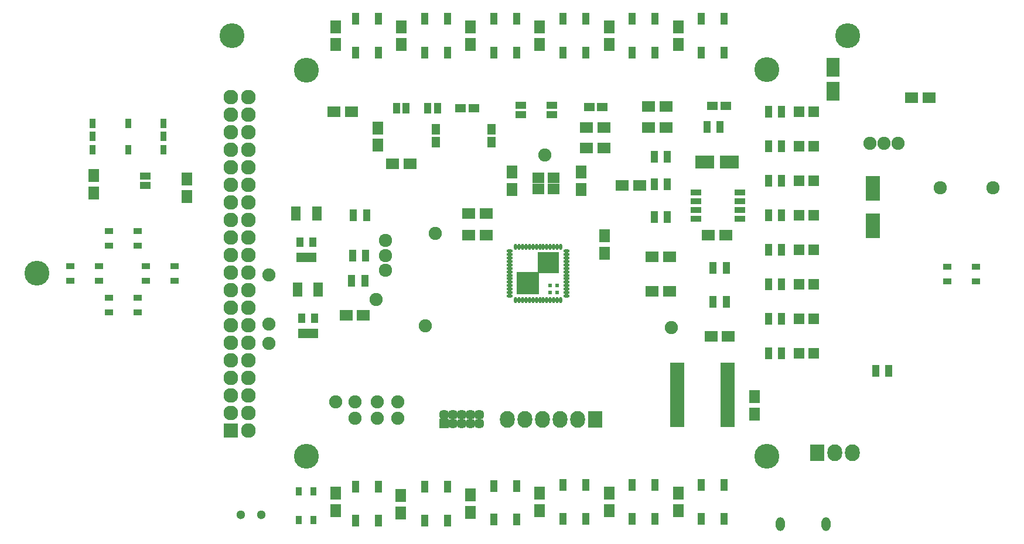
<source format=gts>
G04 #@! TF.GenerationSoftware,KiCad,Pcbnew,(2016-12-18 revision 3ffa37c)-master*
G04 #@! TF.CreationDate,2017-03-23T02:18:10-07:00*
G04 #@! TF.ProjectId,badge-kicad,62616467652D6B696361642E6B696361,rev?*
G04 #@! TF.FileFunction,Soldermask,Top*
G04 #@! TF.FilePolarity,Negative*
%FSLAX46Y46*%
G04 Gerber Fmt 4.6, Leading zero omitted, Abs format (unit mm)*
G04 Created by KiCad (PCBNEW (2016-12-18 revision 3ffa37c)-master) date Thursday, March 23, 2017 'AMt' 02:18:10 AM*
%MOMM*%
%LPD*%
G01*
G04 APERTURE LIST*
%ADD10C,0.150000*%
%ADD11R,3.120000X3.120000*%
%ADD12R,3.270000X3.270000*%
%ADD13O,0.914400X0.457200*%
%ADD14O,0.457200X0.914400*%
%ADD15R,0.564400X0.626900*%
%ADD16O,2.127200X2.432000*%
%ADD17R,2.127200X2.432000*%
%ADD18C,1.900000*%
%ADD19R,1.900000X1.650000*%
%ADD20R,1.650000X1.900000*%
%ADD21R,1.600000X1.150000*%
%ADD22R,1.150000X1.600000*%
%ADD23C,3.600000*%
%ADD24O,1.299160X1.997660*%
%ADD25O,0.500006X1.200006*%
%ADD26R,2.753360X1.851660*%
%ADD27R,1.851660X2.753360*%
%ADD28R,1.997660X3.597860*%
%ADD29R,1.100000X1.700000*%
%ADD30R,1.543000X0.908000*%
%ADD31C,1.924000*%
%ADD32R,1.800000X1.600000*%
%ADD33R,0.900000X1.400000*%
%ADD34C,1.450000*%
%ADD35R,1.450000X1.450000*%
%ADD36O,2.127200X2.127200*%
%ADD37R,2.127200X2.127200*%
%ADD38C,1.300000*%
%ADD39R,2.150000X0.850000*%
%ADD40R,1.050000X1.460000*%
%ADD41R,1.400000X2.000000*%
%ADD42R,1.598880X1.598880*%
%ADD43R,1.598880X0.999440*%
%ADD44R,0.999440X1.598880*%
%ADD45R,0.901700X1.303020*%
%ADD46R,1.303020X0.901700*%
%ADD47R,1.102360X1.701800*%
G04 APERTURE END LIST*
D10*
D11*
X150227800Y-87631950D03*
D12*
X147277800Y-90600050D03*
D13*
X152884200Y-92432050D03*
X152884200Y-91932050D03*
X152884200Y-91432050D03*
X152884200Y-90932050D03*
X152884200Y-90432050D03*
X152884200Y-89932050D03*
X152884200Y-89432050D03*
X152884200Y-88932050D03*
X152884200Y-88432050D03*
X152884200Y-87932050D03*
X152884200Y-87432050D03*
X152884200Y-86932050D03*
X152884200Y-86432050D03*
X152884200Y-85932050D03*
X144671400Y-92432050D03*
X144671400Y-91932050D03*
X144671400Y-91432050D03*
X144671400Y-90932050D03*
X144671400Y-90432050D03*
X144671400Y-89932050D03*
X144671400Y-89432050D03*
X144671400Y-88932050D03*
X144671400Y-88432050D03*
X144671400Y-87932050D03*
X144671400Y-87432050D03*
X144671400Y-86932050D03*
X144671400Y-86432050D03*
X144671400Y-85932050D03*
D14*
X152039300Y-93059750D03*
X151539300Y-93059750D03*
X151039300Y-93059750D03*
X150539300Y-93059750D03*
X150039300Y-93059750D03*
X149539300Y-93059750D03*
X149039300Y-93059750D03*
X148539300Y-93059750D03*
X148039300Y-93059750D03*
X147539300Y-93059750D03*
X147039300Y-93059750D03*
X146539300Y-93059750D03*
X146039300Y-93059750D03*
X145539300Y-93059750D03*
X152038000Y-85304150D03*
X151538100Y-85304150D03*
X151038200Y-85304150D03*
X150538300Y-85304150D03*
X150038400Y-85304150D03*
X149538500Y-85304150D03*
X149038600Y-85304150D03*
X148538700Y-85304150D03*
X148038800Y-85304150D03*
X147538900Y-85304150D03*
X147039000Y-85304150D03*
X146539100Y-85304150D03*
X146039200Y-85304150D03*
X145539300Y-85304150D03*
D15*
X151539300Y-91932050D03*
X151539300Y-90932050D03*
X150539300Y-90932050D03*
X150539300Y-91932050D03*
D16*
X144330000Y-110262000D03*
X146870000Y-110262000D03*
X149410000Y-110262000D03*
X151950000Y-110262000D03*
X154490000Y-110262000D03*
D17*
X157030000Y-110262000D03*
D18*
X109868000Y-99276000D03*
X168034000Y-96990000D03*
X133930000Y-83362000D03*
X132474000Y-96736000D03*
X109868000Y-89370000D03*
X125362000Y-92926000D03*
X109868000Y-96482000D03*
D19*
X138780000Y-83662000D03*
X141280000Y-83662000D03*
D20*
X158355000Y-83737000D03*
X158355000Y-86237000D03*
D19*
X141280000Y-80462000D03*
X138780000Y-80462000D03*
D21*
X175880000Y-64962000D03*
X173980000Y-64962000D03*
D22*
X134030000Y-68312000D03*
X134030000Y-70212000D03*
D21*
X139480000Y-65262000D03*
X137580000Y-65262000D03*
D22*
X142030000Y-68312000D03*
X142030000Y-70212000D03*
D21*
X158080000Y-65062000D03*
X156180000Y-65062000D03*
D23*
X76340000Y-89116000D03*
D24*
X190429460Y-125461540D03*
X183830540Y-125461540D03*
D25*
X190430000Y-125462000D03*
X183830000Y-125462000D03*
D19*
X173400000Y-83592000D03*
X175900000Y-83592000D03*
X167780000Y-86762000D03*
X165280000Y-86762000D03*
X160962000Y-76416000D03*
X163462000Y-76416000D03*
X155780000Y-71012000D03*
X158280000Y-71012000D03*
D26*
X172902480Y-73072000D03*
X176397520Y-73072000D03*
D27*
X191430000Y-62809520D03*
X191430000Y-59314480D03*
D28*
X197130000Y-76864520D03*
X197130000Y-82259480D03*
D18*
X128530000Y-110162000D03*
X128530000Y-107762000D03*
X125530000Y-110162000D03*
X196736000Y-70320000D03*
X200800000Y-70320000D03*
X198768000Y-70320000D03*
X125530000Y-107762000D03*
X122330000Y-110162000D03*
X149780000Y-72012000D03*
X122330000Y-107762000D03*
X119530000Y-107762000D03*
D29*
X167480000Y-76262000D03*
X165580000Y-76262000D03*
X174080000Y-88362000D03*
X175980000Y-88362000D03*
X165580000Y-72262000D03*
X167480000Y-72262000D03*
X175080000Y-67962000D03*
X173180000Y-67962000D03*
X165580000Y-81012000D03*
X167480000Y-81012000D03*
D30*
X171625000Y-77417000D03*
X171625000Y-78687000D03*
X171625000Y-79957000D03*
X171625000Y-81227000D03*
X177975000Y-81227000D03*
X177975000Y-79957000D03*
X177975000Y-78687000D03*
X177975000Y-77417000D03*
D31*
X206930000Y-76762000D03*
X214530000Y-76762000D03*
D32*
X148830000Y-75362000D03*
X151030000Y-75362000D03*
X151030000Y-76962000D03*
X148830000Y-76962000D03*
D33*
X84430000Y-71262000D03*
X84430000Y-67462000D03*
X94630000Y-67462000D03*
X94630000Y-71262000D03*
X94630000Y-69362000D03*
X84430000Y-69362000D03*
X89530000Y-67462000D03*
X89530000Y-71262000D03*
D34*
X135180000Y-109642000D03*
X140260000Y-109642000D03*
X138990000Y-109642000D03*
X137720000Y-109642000D03*
X136450000Y-109642000D03*
X140260000Y-110912000D03*
X138990000Y-110912000D03*
X137720000Y-110912000D03*
X136450000Y-110912000D03*
D35*
X135180000Y-110912000D03*
D36*
X106940000Y-63640000D03*
X104400000Y-63640000D03*
X106940000Y-66180000D03*
X104400000Y-66180000D03*
X106940000Y-68720000D03*
X104400000Y-68720000D03*
X106940000Y-71260000D03*
X104400000Y-71260000D03*
X106940000Y-73800000D03*
X104400000Y-73800000D03*
X106940000Y-76340000D03*
X104400000Y-76340000D03*
X106940000Y-78880000D03*
X104400000Y-78880000D03*
X106940000Y-81420000D03*
X104400000Y-81420000D03*
X106940000Y-83960000D03*
X104400000Y-83960000D03*
X106940000Y-86500000D03*
X104400000Y-86500000D03*
X106940000Y-89040000D03*
X104400000Y-89040000D03*
X106940000Y-91580000D03*
X104400000Y-91580000D03*
X106940000Y-94120000D03*
X104400000Y-94120000D03*
X106940000Y-96660000D03*
X104400000Y-96660000D03*
X106940000Y-99200000D03*
X104400000Y-99200000D03*
X106940000Y-101740000D03*
X104400000Y-101740000D03*
X106940000Y-104280000D03*
X104400000Y-104280000D03*
X106940000Y-106820000D03*
X104400000Y-106820000D03*
X106940000Y-109360000D03*
X104400000Y-109360000D03*
X106940000Y-111900000D03*
D37*
X104400000Y-111900000D03*
D38*
X105780000Y-124087000D03*
X108780000Y-124087000D03*
D39*
X176130000Y-102537000D03*
X176130000Y-103187000D03*
X176130000Y-103837000D03*
X176130000Y-104487000D03*
X176130000Y-105137000D03*
X176130000Y-105787000D03*
X176130000Y-106437000D03*
X176130000Y-107087000D03*
X176130000Y-107737000D03*
X176130000Y-108387000D03*
X176130000Y-109037000D03*
X176130000Y-109687000D03*
X176130000Y-110337000D03*
X176130000Y-110987000D03*
X168930000Y-110987000D03*
X168930000Y-110337000D03*
X168930000Y-109687000D03*
X168930000Y-109037000D03*
X168930000Y-108387000D03*
X168930000Y-107737000D03*
X168930000Y-107087000D03*
X168930000Y-106437000D03*
X168930000Y-105787000D03*
X168930000Y-105137000D03*
X168930000Y-104487000D03*
X168930000Y-103837000D03*
X168930000Y-103187000D03*
X168930000Y-102537000D03*
D40*
X114580000Y-97862000D03*
X115530000Y-97862000D03*
X116480000Y-97862000D03*
X116480000Y-95662000D03*
X114580000Y-95662000D03*
X114330000Y-84662000D03*
X116230000Y-84662000D03*
X116230000Y-86862000D03*
X115280000Y-86862000D03*
X114330000Y-86862000D03*
D20*
X119530000Y-53512000D03*
X119530000Y-56012000D03*
X129030000Y-56012000D03*
X129030000Y-53512000D03*
X139030000Y-56012000D03*
X139030000Y-53512000D03*
X149030000Y-53512000D03*
X149030000Y-56012000D03*
X159030000Y-56012000D03*
X159030000Y-53512000D03*
X169030000Y-53512000D03*
X169030000Y-56012000D03*
X169030000Y-123512000D03*
X169030000Y-121012000D03*
X159030000Y-121012000D03*
X159030000Y-123512000D03*
X149030000Y-123512000D03*
X149030000Y-121012000D03*
X139030000Y-121262000D03*
X139030000Y-123762000D03*
X128930000Y-123812000D03*
X128930000Y-121312000D03*
X119530000Y-121012000D03*
X119530000Y-123512000D03*
D19*
X123530000Y-95262000D03*
X121030000Y-95262000D03*
D41*
X113780000Y-80512000D03*
X116780000Y-80512000D03*
X114030000Y-91512000D03*
X117030000Y-91512000D03*
D19*
X158280000Y-68012000D03*
X155780000Y-68012000D03*
D20*
X145030000Y-74512000D03*
X145030000Y-77012000D03*
D19*
X167280000Y-68012000D03*
X164780000Y-68012000D03*
X164780000Y-65012000D03*
X167280000Y-65012000D03*
X130280000Y-73262000D03*
X127780000Y-73262000D03*
D20*
X125630000Y-70612000D03*
X125630000Y-68112000D03*
D19*
X119280000Y-65762000D03*
X121780000Y-65762000D03*
D20*
X98030000Y-78012000D03*
X98030000Y-75512000D03*
X84530000Y-75012000D03*
X84530000Y-77512000D03*
D19*
X202780000Y-63762000D03*
X205280000Y-63762000D03*
X176280000Y-98262000D03*
X173780000Y-98262000D03*
X167780000Y-91762000D03*
X165280000Y-91762000D03*
D20*
X180030000Y-109512000D03*
X180030000Y-107012000D03*
X155030000Y-77012000D03*
X155030000Y-74512000D03*
D42*
X188579020Y-65762000D03*
X186480980Y-65762000D03*
X188579020Y-70762000D03*
X186480980Y-70762000D03*
X188579020Y-75762000D03*
X186480980Y-75762000D03*
X186480980Y-80762000D03*
X188579020Y-80762000D03*
X186480980Y-85762000D03*
X188579020Y-85762000D03*
X188579020Y-90762000D03*
X186480980Y-90762000D03*
X186480980Y-95762000D03*
X188579020Y-95762000D03*
X186480980Y-100762000D03*
X188579020Y-100762000D03*
D23*
X115330000Y-59762000D03*
X181830000Y-59662000D03*
X115330000Y-115662000D03*
X181830000Y-115662000D03*
X104530000Y-54762000D03*
X193530000Y-54762000D03*
D43*
X146280000Y-64810960D03*
X146280000Y-66213040D03*
X150780000Y-66213040D03*
X150780000Y-64810960D03*
D44*
X132828960Y-65262000D03*
X134231040Y-65262000D03*
X129731040Y-65262000D03*
X128328960Y-65262000D03*
D43*
X92030000Y-76463040D03*
X92030000Y-75060960D03*
D16*
X194210000Y-115162000D03*
X191670000Y-115162000D03*
D17*
X189130000Y-115162000D03*
D29*
X122080000Y-80762000D03*
X123980000Y-80762000D03*
X175980000Y-93262000D03*
X174080000Y-93262000D03*
X121830000Y-90262000D03*
X123730000Y-90262000D03*
X121980000Y-86562000D03*
X123880000Y-86562000D03*
X197580000Y-103262000D03*
X199480000Y-103262000D03*
X183980000Y-70762000D03*
X182080000Y-70762000D03*
X183980000Y-100762000D03*
X182080000Y-100762000D03*
X183980000Y-95762000D03*
X182080000Y-95762000D03*
X183980000Y-65762000D03*
X182080000Y-65762000D03*
X183980000Y-75762000D03*
X182080000Y-75762000D03*
X183980000Y-80762000D03*
X182080000Y-80762000D03*
X183980000Y-90762000D03*
X182080000Y-90762000D03*
X182080000Y-85762000D03*
X183980000Y-85762000D03*
D45*
X116354420Y-120689360D03*
X116354420Y-124834640D03*
X114205580Y-120689360D03*
X114205580Y-124834640D03*
D31*
X126730000Y-88712000D03*
X126730000Y-86562000D03*
X126730000Y-84412000D03*
D46*
X86779360Y-82999580D03*
X90924640Y-82999580D03*
X86779360Y-85148420D03*
X90924640Y-85148420D03*
X90924640Y-94800420D03*
X86779360Y-94800420D03*
X90924640Y-92651580D03*
X86779360Y-92651580D03*
X81191360Y-88079580D03*
X85336640Y-88079580D03*
X81191360Y-90228420D03*
X85336640Y-90228420D03*
X96258640Y-90228420D03*
X92113360Y-90228420D03*
X96258640Y-88079580D03*
X92113360Y-88079580D03*
X207957360Y-88187580D03*
X212102640Y-88187580D03*
X207957360Y-90336420D03*
X212102640Y-90336420D03*
D47*
X122381540Y-52313440D03*
X125678460Y-52313440D03*
X125678460Y-57210560D03*
X122381540Y-57210560D03*
X132381540Y-57210560D03*
X135678460Y-57210560D03*
X135678460Y-52313440D03*
X132381540Y-52313440D03*
X142381540Y-52313440D03*
X145678460Y-52313440D03*
X145678460Y-57210560D03*
X142381540Y-57210560D03*
X152381540Y-57210560D03*
X155678460Y-57210560D03*
X155678460Y-52313440D03*
X152381540Y-52313440D03*
X162381540Y-52313440D03*
X165678460Y-52313440D03*
X165678460Y-57210560D03*
X162381540Y-57210560D03*
X172381540Y-57210560D03*
X175678460Y-57210560D03*
X175678460Y-52313440D03*
X172381540Y-52313440D03*
X172381540Y-119813440D03*
X175678460Y-119813440D03*
X175678460Y-124710560D03*
X172381540Y-124710560D03*
X162381540Y-124710560D03*
X165678460Y-124710560D03*
X165678460Y-119813440D03*
X162381540Y-119813440D03*
X152381540Y-124710560D03*
X155678460Y-124710560D03*
X155678460Y-119813440D03*
X152381540Y-119813440D03*
X142381540Y-119913440D03*
X145678460Y-119913440D03*
X145678460Y-124810560D03*
X142381540Y-124810560D03*
X132381540Y-120063440D03*
X135678460Y-120063440D03*
X135678460Y-124960560D03*
X132381540Y-124960560D03*
X122381540Y-124960560D03*
X125678460Y-124960560D03*
X125678460Y-120063440D03*
X122381540Y-120063440D03*
M02*

</source>
